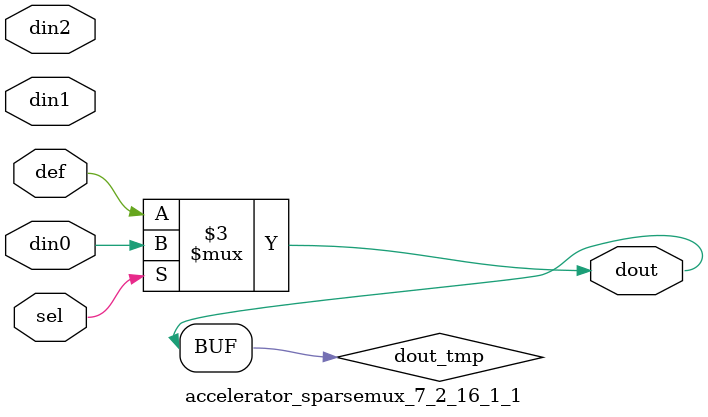
<source format=v>
`timescale 1ns / 1ps

module accelerator_sparsemux_7_2_16_1_1 (din0,din1,din2,def,sel,dout);

parameter din0_WIDTH = 1;

parameter din1_WIDTH = 1;

parameter din2_WIDTH = 1;

parameter def_WIDTH = 1;
parameter sel_WIDTH = 1;
parameter dout_WIDTH = 1;

parameter [sel_WIDTH-1:0] CASE0 = 1;

parameter [sel_WIDTH-1:0] CASE1 = 1;

parameter [sel_WIDTH-1:0] CASE2 = 1;

parameter ID = 1;
parameter NUM_STAGE = 1;



input [din0_WIDTH-1:0] din0;

input [din1_WIDTH-1:0] din1;

input [din2_WIDTH-1:0] din2;

input [def_WIDTH-1:0] def;
input [sel_WIDTH-1:0] sel;

output [dout_WIDTH-1:0] dout;



reg [dout_WIDTH-1:0] dout_tmp;


always @ (*) begin
(* parallel_case *) case (sel)
    
    CASE0 : dout_tmp = din0;
    
    CASE1 : dout_tmp = din1;
    
    CASE2 : dout_tmp = din2;
    
    default : dout_tmp = def;
endcase
end


assign dout = dout_tmp;



endmodule

</source>
